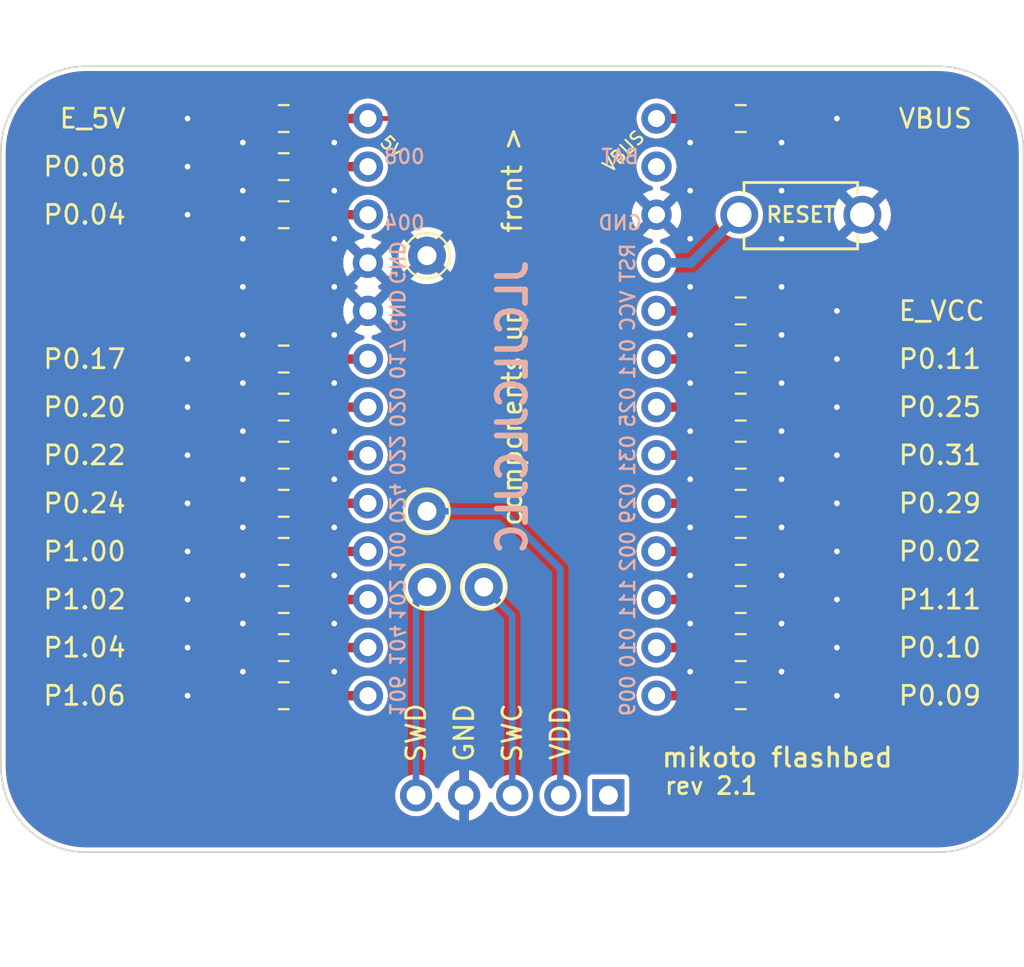
<source format=kicad_pcb>
(kicad_pcb (version 20210722) (generator pcbnew)
  (layers (0 "F.Cu" signal) (31 "B.Cu" signal) (34 "B.Paste" user) (35 "F.Paste" user) (36 "B.SilkS" user "B.Silkscreen") (37 "F.SilkS" user "F.Silkscreen") (38 "B.Mask" user) (39 "F.Mask" user) (44 "Edge.Cuts" user))
  (net 0 "")
  (net 1 "EXT_5V")
  (net 2 "P0.08")
  (net 3 "P0.04")
  (net 4 "P0.17")
  (net 5 "P0.20")
  (net 6 "P0.22")
  (net 7 "P0.24")
  (net 8 "P1.00")
  (net 9 "P1.02")
  (net 10 "P1.04")
  (net 11 "SWD")
  (net 12 "SWC")
  (net 13 "VDD")
  (net 14 "GND")
  (net 15 "RESET")
  (net 16 "P1.06")
  (net 17 "P0.09")
  (net 18 "P0.10")
  (net 19 "P1.11")
  (net 20 "P0.02")
  (net 21 "P0.29")
  (net 22 "P0.31")
  (net 23 "P0.25")
  (net 24 "P0.11")
  (net 25 "EXT_VCC")
  (net 26 "VBUS")
  (net 27 "VBAT")
  (net 28 "Net-(D1-Pad2)")
  (net 29 "Net-(D2-Pad2)")
  (net 30 "Net-(D3-Pad2)")
  (net 31 "Net-(D4-Pad2)")
  (net 32 "Net-(D5-Pad2)")
  (net 33 "Net-(D6-Pad2)")
  (net 34 "Net-(D7-Pad2)")
  (net 35 "Net-(D8-Pad2)")
  (net 36 "Net-(D9-Pad2)")
  (net 37 "Net-(D10-Pad2)")
  (net 38 "Net-(D11-Pad2)")
  (net 39 "Net-(D12-Pad2)")
  (net 40 "Net-(D13-Pad2)")
  (net 41 "Net-(D14-Pad2)")
  (net 42 "Net-(D15-Pad2)")
  (net 43 "Net-(D16-Pad2)")
  (net 44 "Net-(D17-Pad2)")
  (net 45 "Net-(D18-Pad2)")
  (net 46 "Net-(D19-Pad2)")
  (net 47 "Net-(D20-Pad2)")
  (net 48 "Net-(D21-Pad2)")
  (net 49 "Net-(R22-Pad1)")
  (net 50 "Net-(R23-Pad1)")
  (net 51 "Net-(R24-Pad1)")
  (net 52 "Net-(R25-Pad1)")
  (net 53 "Net-(R26-Pad1)")
  (net 54 "Net-(R27-Pad1)")
  (net 55 "Net-(R28-Pad1)")
  (footprint "footprints:LED_1206_3216M_Castellated-nosilk" (layer "F.Cu") (at -17.145 7.62)
    (fp_text reference "D8")
    (fp_text value "LED_Small")
  )
  (footprint "Resistor_SMD:R_0201_0603Metric" (layer "F.Cu") (at -2 -12 90)
    (fp_text reference "R23")
    (fp_text value "R_Small")
  )
  (footprint "Resistor_SMD:R_0805_2012Metric_Pad1.15x1.40mm_HandSolder" (layer "F.Cu") (at 12.065 -5.08)
    (fp_text reference "R20")
    (fp_text value "2.2k")
  )
  (footprint "Resistor_SMD:R_0805_2012Metric_Pad1.15x1.40mm_HandSolder" (layer "F.Cu") (at -12.065 0 180)
    (fp_text reference "R5")
    (fp_text value "2.2k")
  )
  (footprint "footprints:TestPoint_Pad_D1.0mm-nosilk" (layer "F.Cu") (at 2 -8 -90)
    (fp_text reference "TP4")
    (fp_text value "TestPoint")
  )
  (footprint "footprints:TestPoint_Pad_D1.0mm-nosilk" (layer "F.Cu") (at 2 -12 -90)
    (fp_text reference "TP2")
    (fp_text value "TestPoint")
  )
  (footprint "Resistor_SMD:R_0805_2012Metric_Pad1.15x1.40mm_HandSolder" (layer "F.Cu") (at -12.065 -2.54 180)
    (fp_text reference "R4")
    (fp_text value "2.2k")
  )
  (footprint "Resistor_SMD:R_0201_0603Metric" (layer "F.Cu") (at -2 -2 90)
    (fp_text reference "R28")
    (fp_text value "R_Small")
  )
  (footprint "footprints:LED_1206_3216M_Castellated-nosilk" (layer "F.Cu") (at -17.145 -2.54)
    (fp_text reference "D4")
    (fp_text value "LED_Small")
  )
  (footprint "Resistor_SMD:R_0805_2012Metric_Pad1.15x1.40mm_HandSolder" (layer "F.Cu") (at 12.065 0)
    (fp_text reference "R18")
    (fp_text value "2.2k")
  )
  (footprint "footprints:LED_1206_3216M_Castellated-nosilk" (layer "F.Cu") (at -17.145 2.54)
    (fp_text reference "D6")
    (fp_text value "LED_Small")
  )
  (footprint "Resistor_SMD:R_0805_2012Metric_Pad1.15x1.40mm_HandSolder" (layer "F.Cu") (at -12.065 -15.24 180)
    (fp_text reference "R1")
    (fp_text value "2.2k")
  )
  (footprint "footprints:TestPoint_Pad_D1.0mm-nosilk" (layer "F.Cu") (at 2 -4 -90)
    (fp_text reference "TP6")
    (fp_text value "TestPoint")
  )
  (footprint "Resistor_SMD:R_0805_2012Metric_Pad1.15x1.40mm_HandSolder" (layer "F.Cu") (at -12.065 7.62 180)
    (fp_text reference "R8")
    (fp_text value "2.2k")
  )
  (footprint "footprints:LED_1206_3216M_Castellated-nosilk" (layer "F.Cu") (at 17.145 12.7 180)
    (fp_text reference "D13")
    (fp_text value "LED_Small")
  )
  (footprint "Resistor_SMD:R_0805_2012Metric_Pad1.15x1.40mm_HandSolder" (layer "F.Cu") (at -12.065 2.54 180)
    (fp_text reference "R6")
    (fp_text value "2.2k")
  )
  (footprint "footprints:LED_1206_3216M_Castellated-nosilk" (layer "F.Cu") (at 17.145 5.08 180)
    (fp_text reference "D16")
    (fp_text value "LED_Small")
  )
  (footprint "Resistor_SMD:R_0805_2012Metric_Pad1.15x1.40mm_HandSolder" (layer "F.Cu") (at 12.065 -15.24)
    (fp_text reference "R21")
    (fp_text value "2.2k")
  )
  (footprint "Resistor_SMD:R_0201_0603Metric" (layer "F.Cu") (at -2 -4 90)
    (fp_text reference "R27")
    (fp_text value "R_Small")
  )
  (footprint "footprints:LED_1206_3216M_Castellated-nosilk" (layer "F.Cu") (at 17.145 -5.08 180)
    (fp_text reference "D20")
    (fp_text value "LED_Small")
  )
  (footprint "Resistor_SMD:R_0805_2012Metric_Pad1.15x1.40mm_HandSolder" (layer "F.Cu") (at -12.065 5.08 180)
    (fp_text reference "R7")
    (fp_text value "2.2k")
  )
  (footprint "Resistor_SMD:R_0805_2012Metric_Pad1.15x1.40mm_HandSolder" (layer "F.Cu") (at 12.065 15.24)
    (fp_text reference "R12")
    (fp_text value "2.2k")
  )
  (footprint "footprints:LED_1206_3216M_Castellated-nosilk" (layer "F.Cu") (at -17.145 15.24)
    (fp_text reference "D11")
    (fp_text value "LED_Small")
  )
  (footprint "footprints:LED_1206_3216M_Castellated-nosilk" (layer "F.Cu") (at -17.145 -10.16)
    (fp_text reference "D3")
    (fp_text value "LED_Small")
  )
  (footprint "footprints:mikoto-pins-bigger-holes" (layer "F.Cu") (at 0 1.27)
    (fp_text reference "U1")
    (fp_text value "mikoto-pins" hide)
  )
  (footprint "Resistor_SMD:R_0201_0603Metric" (layer "F.Cu") (at -2 -8 90)
    (fp_text reference "R25")
    (fp_text value "R_Small")
  )
  (footprint "footprints:LED_1206_3216M_Castellated-nosilk" (layer "F.Cu") (at 17.145 0 180)
    (fp_text reference "D18")
    (fp_text value "LED_Small")
  )
  (footprint "footprints:TestPoint_Pad_D1.0mm-nosilk" (layer "F.Cu") (at 2 0 -90)
    (fp_text reference "TP8")
    (fp_text value "TestPoint")
  )
  (footprint "Resistor_SMD:R_0805_2012Metric_Pad1.15x1.40mm_HandSolder" (layer "F.Cu") (at -12.065 10.16 180)
    (fp_text reference "R9")
    (fp_text value "2.2k")
  )
  (footprint "Resistor_SMD:R_0805_2012Metric_Pad1.15x1.40mm_HandSolder" (layer "F.Cu") (at -12.065 12.7 180)
    (fp_text reference "R10")
    (fp_text value "2.2k")
  )
  (footprint "footprints:LED_1206_3216M_Castellated-nosilk" (layer "F.Cu") (at -17.145 -15.24)
    (fp_text reference "D1")
    (fp_text value "LED_Small")
  )
  (footprint "footprints:LED_1206_3216M_Castellated-nosilk" (layer "F.Cu") (at -17.145 0)
    (fp_text reference "D5")
    (fp_text value "LED_Small")
  )
  (footprint "footprints:LED_1206_3216M_Castellated-nosilk" (layer "F.Cu") (at 17.145 10.16 180)
    (fp_text reference "D14")
    (fp_text value "LED_Small")
  )
  (footprint "footprints:LED_1206_3216M_Castellated-nosilk" (layer "F.Cu") (at 17.145 7.62 180)
    (fp_text reference "D15")
    (fp_text value "LED_Small")
  )
  (footprint "Resistor_SMD:R_0805_2012Metric_Pad1.15x1.40mm_HandSolder" (layer "F.Cu") (at 12.065 12.7)
    (fp_text reference "R13")
    (fp_text value "2.2k")
  )
  (footprint "Resistor_SMD:R_0805_2012Metric_Pad1.15x1.40mm_HandSolder" (layer "F.Cu") (at 12.065 5.08)
    (fp_text reference "R16")
    (fp_text value "2.2k")
  )
  (footprint "Resistor_SMD:R_0805_2012Metric_Pad1.15x1.40mm_HandSolder" (layer "F.Cu") (at -12.065 -10.16 180)
    (fp_text reference "R3")
    (fp_text value "2.2k")
  )
  (footprint "Resistor_SMD:R_0805_2012Metric_Pad1.15x1.40mm_HandSolder" (layer "F.Cu") (at -12.065 -12.7 180)
    (fp_text reference "R2")
    (fp_text value "2.2k")
  )
  (footprint "footprints:LED_1206_3216M_Castellated-nosilk" (layer "F.Cu") (at 17.145 -2.54 180)
    (fp_text reference "D19")
    (fp_text value "LED_Small")
  )
  (footprint "Resistor_SMD:R_0805_2012Metric_Pad1.15x1.40mm_HandSolder" (layer "F.Cu") (at -12.065 15.24 180)
    (fp_text reference "R11")
    (fp_text value "2.2k")
  )
  (footprint "Resistor_SMD:R_0805_2012Metric_Pad1.15x1.40mm_HandSolder" (layer "F.Cu") (at 12.065 -2.54)
    (fp_text reference "R19")
    (fp_text value "2.2k")
  )
  (footprint "Resistor_SMD:R_0201_0603Metric" (layer "F.Cu") (at -2 0 90)
    (fp_text reference "R29")
    (fp_text value "R_Small")
  )
  (footprint "Connector_PinHeader_2.54mm:PinHeader_1x05_P2.54mm_Horizontal" (layer "F.Cu") (at 5.08 20.5 -90)
    (fp_text reference "J7")
    (fp_text value "Conn_01x05")
  )
  (footprint "TestPoint:TestPoint_THTPad_D2.0mm_Drill1.0mm" (layer "F.Cu") (at -4.5 9.5)
    (fp_text reference "J1")
    (fp_text value "Conn_01x01")
  )
  (footprint "Resistor_SMD:R_0201_0603Metric" (layer "F.Cu") (at -2 -10 90)
    (fp_text reference "R24")
    (fp_text value "R_Small")
  )
  (footprint "footprints:LED_1206_3216M_Castellated-nosilk" (layer "F.Cu") (at -17.145 -12.7)
    (fp_text reference "D2")
    (fp_text value "LED_Small")
  )
  (footprint "Resistor_SMD:R_0805_2012Metric_Pad1.15x1.40mm_HandSolder" (layer "F.Cu") (at 12.065 2.54)
    (fp_text reference "R17")
    (fp_text value "2.2k")
  )
  (footprint "footprints:TestPoint_Pad_D1.0mm-nosilk" (layer "F.Cu") (at 2 -14 -90)
    (fp_text reference "TP1")
    (fp_text value "TestPoint")
  )
  (footprint "Resistor_SMD:R_0201_0603Metric" (layer "F.Cu") (at -2 -14 90)
    (fp_text reference "R22")
    (fp_text value "R_Small")
  )
  (footprint "Resistor_SMD:R_0201_0603Metric" (layer "F.Cu") (at -2 -6 90)
    (fp_text reference "R26")
    (fp_text value "R_Small")
  )
  (footprint "TestPoint:TestPoint_THTPad_D2.0mm_Drill1.0mm" (layer "F.Cu") (at -4.5 -8)
    (fp_text reference "J2")
    (fp_text value "Conn_01x01")
  )
  (footprint "footprints:LED_1206_3216M_Castellated-nosilk" (layer "F.Cu") (at 17.145 15.24 180)
    (fp_text reference "D12")
    (fp_text value "LED_Small")
  )
  (footprint "footprints:TestPoint_Pad_D1.0mm-nosilk" (layer "F.Cu") (at 2 -6 -90)
    (fp_text reference "TP5")
    (fp_text value "TestPoint")
  )
  (footprint "Resistor_SMD:R_0805_2012Metric_Pad1.15x1.40mm_HandSolder" (layer "F.Cu") (at 12.065 7.62)
    (fp_text reference "R15")
    (fp_text value "2.2k")
  )
  (footprint "TestPoint:TestPoint_THTPad_D2.0mm_Drill1.0mm" (layer "F.Cu") (at -1.5 9.5)
    (fp_text reference "J3")
    (fp_text value "Conn_01x01")
  )
  (footprint "footprints:LED_1206_3216M_Castellated-nosilk" (layer "F.Cu") (at 17.145 -15.24 180)
    (fp_text reference "D21")
    (fp_text value "LED_Small")
  )
  (footprint "footprints:LED_1206_3216M_Castellated-nosilk" (layer "F.Cu") (at 17.145 2.54 180)
    (fp_text reference "D17")
    (fp_text value "LED_Small")
  )
  (footprint "Resistor_SMD:R_0805_2012Metric_Pad1.15x1.40mm_HandSolder" (layer "F.Cu") (at 12.065 10.16)
    (fp_text reference "R14")
    (fp_text value "2.2k")
  )
  (footprint "footprints:LED_1206_3216M_Castellated-nosilk" (layer "F.Cu") (at -17.145 5.08)
    (fp_text reference "D7")
    (fp_text value "LED_Small")
  )
  (footprint "footprints:LED_1206_3216M_Castellated-nosilk" (layer "F.Cu") (at -17.145 12.7)
    (fp_text reference "D10")
    (fp_text value "LED_Small")
  )
  (footprint "TestPoint:TestPoint_THTPad_D2.0mm_Drill1.0mm" (layer "F.Cu") (at -4.5 5.5)
    (fp_text reference "J4")
    (fp_text value "Conn_01x01")
  )
  (footprint "footprints:LED_1206_3216M_Castellated-nosilk" (layer "F.Cu") (at -17.145 10.16)
    (fp_text reference "D9")
    (fp_text value "LED_Small")
  )
  (footprint "footprints:TestPoint_Pad_D1.0mm-nosilk" (layer "F.Cu") (at 2 -10 -90)
    (fp_text reference "TP3")
    (fp_text value "TestPoint")
  )
  (footprint "footprints:TestPoint_Pad_D1.0mm-nosilk" (layer "F.Cu") (at 2 -2 -90)
    (fp_text reference "TP7")
    (fp_text value "TestPoint")
  )
  (footprint "footprints:TACT_SWITCH_TVBP06" (layer "B.Cu") (at 15.24 -10.16)
    (fp_text reference "SW1" hide)
    (fp_text value "TVBP06" hide)
  )
  (gr_arc (start -22.5 -13.5) (end -27 -13.5) (angle 90) (layer "Edge.Cuts") (width 0.1))
  (gr_line (start 27 19) (end 27 -13.5) (layer "Edge.Cuts") (width 0.1))
  (gr_line (start -22.5 23.5) (end 22.5 23.5) (layer "Edge.Cuts") (width 0.1))
  (gr_arc (start -22.5 19.000001) (end -27 19) (angle -90) (layer "Edge.Cuts") (width 0.1))
  (gr_line (start 22.5 -18) (end -22.5 -18) (layer "Edge.Cuts") (width 0.1))
  (gr_arc (start 22.500001 19) (end 27 19) (angle 90) (layer "Edge.Cuts") (width 0.1))
  (gr_arc (start 22.5 -13.5) (end 27 -13.5) (angle -90) (layer "Edge.Cuts") (width 0.1))
  (gr_line (start -27 19) (end -27 -13.5) (layer "Edge.Cuts") (width 0.1))
  (gr_text "JLCJLCJLCJLC" (at 0 0 90) (layer "B.SilkS") (effects (font (size 1.5 1.5) (thickness 0.3)) (justify mirror)))
  (gr_text "P0.31" (at 20.32 2.54) (layer "F.SilkS") (effects (font (size 1 1)) (justify left)))
  (gr_text "SWD" (at -5.08 17.2 90) (layer "F.SilkS") (effects (font (size 1 1))))
  (gr_text "P1.02" (at -20.32 10.16) (layer "F.SilkS") (effects (font (size 1 1)) (justify right)))
  (gr_text "P0.09" (at 20.32 15.24) (layer "F.SilkS") (effects (font (size 1 1)) (justify left)))
  (gr_text "mikoto flashbed" (at 14 18.5) (layer "F.SilkS") (effects (font (size 1 1) (thickness 0.17))))
  (gr_text "P0.25" (at 20.32 0) (layer "F.SilkS") (effects (font (size 1 1)) (justify left)))
  (gr_text "P1.04" (at -20.32 12.7) (layer "F.SilkS") (effects (font (size 1 1)) (justify right)))
  (gr_text "P0.08" (at -20.32 -12.7) (layer "F.SilkS") (effects (font (size 1 1)) (justify right)))
  (gr_text "VBUS" (at 20.32 -15.24) (layer "F.SilkS") (effects (font (size 1 1)) (justify left)))
  (gr_text "E_VCC" (at 20.32 -5.08) (layer "F.SilkS") (effects (font (size 1 1)) (justify left)))
  (gr_text "components up" (at 0 0.5 90) (layer "F.SilkS") (effects (font (size 1 1))))
  (gr_text "P1.00" (at -20.32 7.62) (layer "F.SilkS") (effects (font (size 1 1)) (justify right)))
  (gr_text "P0.24" (at -20.32 5.08) (layer "F.SilkS") (effects (font (size 1 1)) (justify right)))
  (gr_text "P0.11" (at 20.32 -2.54) (layer "F.SilkS") (effects (font (size 1 1)) (justify left)))
  (gr_text "P1.06" (at -20.32 15.24) (layer "F.SilkS") (effects (font (size 1 1)) (justify right)))
  (gr_text "P0.10" (at 20.32 12.7) (layer "F.SilkS") (effects (font (size 1 1)) (justify left)))
  (gr_text "P0.20" (at -20.32 0) (layer "F.SilkS") (effects (font (size 1 1)) (justify right)))
  (gr_text "E_5V" (at -20.32 -15.24) (layer "F.SilkS") (effects (font (size 1 1)) (justify right)))
  (gr_text "VDD" (at 2.54 17.2 90) (layer "F.SilkS") (effects (font (size 1 1))))
  (gr_text "P0.02" (at 20.32 7.62) (layer "F.SilkS") (effects (font (size 1 1)) (justify left)))
  (gr_text "rev 2.1" (at 10.5 20) (layer "F.SilkS") (effects (font (size 0.9 0.9))))
  (gr_text "P0.29" (at 20.32 5.08) (layer "F.SilkS") (effects (font (size 1 1)) (justify left)))
  (gr_text "front >" (at 0 -12 90) (layer "F.SilkS") (effects (font (size 1 1))))
  (gr_text "P0.17" (at -20.32 -2.54) (layer "F.SilkS") (effects (font (size 1 1)) (justify right)))
  (gr_text "GND" (at -2.54 17.2 90) (layer "F.SilkS") (effects (font (size 1 1))))
  (gr_text "P0.04" (at -20.32 -10.16) (layer "F.SilkS") (effects (font (size 1 1)) (justify right)))
  (gr_text "P1.11" (at 20.32 10.16) (layer "F.SilkS") (effects (font (size 1 1)) (justify left)))
  (gr_text "SWC" (at 0 17.2 90) (layer "F.SilkS") (effects (font (size 1 1))))
  (gr_text "P0.22" (at -20.32 2.54) (layer "F.SilkS") (effects (font (size 1 1)) (justify right)))
  (segment (start -7.62 -15.24) (end -11.04 -15.24) (width 0.5) (layer "F.Cu") (net 1))
  (segment (start -2 -14.32) (end -2 -14.8) (width 0.25) (layer "F.Cu") (net 1))
  (segment (start -2 -14.32) (end 1.68 -14.32) (width 0.25) (layer "F.Cu") (net 1))
  (segment (start -2 -14.8) (end -2.44 -15.24) (width 0.25) (layer "F.Cu") (net 1))
  (segment (start 1.68 -14.32) (end 2 -14) (width 0.25) (layer "F.Cu") (net 1))
  (segment (start -2.44 -15.24) (end -7.62 -15.24) (width 0.25) (layer "F.Cu") (net 1))
  (segment (start -7.62 -12.7) (end -11.04 -12.7) (width 0.5) (layer "F.Cu") (net 2))
  (segment (start -11.04 -10.16) (end -7.62 -10.16) (width 0.5) (layer "F.Cu") (net 3))
  (segment (start -7.62 -2.54) (end -11.04 -2.54) (width 0.5) (layer "F.Cu") (net 4))
  (segment (start -11.04 0) (end -7.62 0) (width 0.5) (layer "F.Cu") (net 5))
  (segment (start -7.62 2.54) (end -11.04 2.54) (width 0.5) (layer "F.Cu") (net 6))
  (segment (start -11.04 5.08) (end -7.62 5.08) (width 0.5) (layer "F.Cu") (net 7))
  (segment (start -7.62 7.62) (end -11.04 7.62) (width 0.5) (layer "F.Cu") (net 8))
  (segment (start -11.04 10.16) (end -7.62 10.16) (width 0.5) (layer "F.Cu") (net 9))
  (segment (start -7.62 12.7) (end -11.04 12.7) (width 0.5) (layer "F.Cu") (net 10))
  (segment (start -5.08 10.08) (end -5.08 20.5) (width 0.35) (layer "B.Cu") (net 11))
  (segment (start -4.5 9.5) (end -5.08 10.08) (width 0.35) (layer "B.Cu") (net 11))
  (segment (start 0 11) (end 0 20.5) (width 0.35) (layer "B.Cu") (net 12))
  (segment (start -1.5 9.5) (end 0 11) (width 0.35) (layer "B.Cu") (net 12))
  (segment (start -4.5 5.5) (end -0.5 5.5) (width 0.35) (layer "B.Cu") (net 13))
  (segment (start -0.5 5.5) (end 2.54 8.54) (width 0.35) (layer "B.Cu") (net 13))
  (segment (start 2.54 8.54) (end 2.54 20.5) (width 0.35) (layer "B.Cu") (net 13))
  (segment (start 17.145 12.7) (end 18.6325 12.7) (width 0.5) (layer "F.Cu") (net 14))
  (segment (start -18.6325 -12.7) (end -17.145 -12.7) (width 0.5) (layer "F.Cu") (net 14))
  (segment (start -17.145 -2.54) (end -18.6325 -2.54) (width 0.5) (layer "F.Cu") (net 14))
  (segment (start 17.145 0) (end 18.6325 0) (width 0.5) (layer "F.Cu") (net 14))
  (segment (start 17.145 -5.08) (end 18.6325 -5.08) (width 0.5) (layer "F.Cu") (net 14))
  (segment (start 17.145 7.62) (end 18.6325 7.62) (width 0.5) (layer "F.Cu") (net 14))
  (segment (start 17.145 5.08) (end 18.6325 5.08) (width 0.5) (layer "F.Cu") (net 14))
  (segment (start -17.145 -10.16) (end -18.6325 -10.16) (width 0.5) (layer "F.Cu") (net 14))
  (segment (start -17.145 2.54) (end -18.6325 2.54) (width 0.5) (layer "F.Cu") (net 14))
  (segment (start -17.145 0) (end -18.6325 0) (width 0.5) (layer "F.Cu") (net 14))
  (segment (start 17.145 15.24) (end 18.6325 15.24) (width 0.5) (layer "F.Cu") (net 14))
  (segment (start -17.145 10.16) (end -18.6325 10.16) (width 0.5) (layer "F.Cu") (net 14))
  (segment (start -17.145 7.62) (end -18.6325 7.62) (width 0.5) (layer "F.Cu") (net 14))
  (segment (start -17.145 15.24) (end -18.6325 15.24) (width 0.5) (layer "F.Cu") (net 14))
  (segment (start 17.145 2.54) (end 18.6325 2.54) (width 0.5) (layer "F.Cu") (net 14))
  (segment (start -17.145 5.08) (end -18.6325 5.08) (width 0.5) (layer "F.Cu") (net 14))
  (segment (start 17.145 -2.54) (end 18.6325 -2.54) (width 0.5) (layer "F.Cu") (net 14))
  (segment (start 17.145 10.16) (end 18.6325 10.16) (width 0.5) (layer "F.Cu") (net 14))
  (segment (start -17.145 12.7) (end -18.6325 12.7) (width 0.5) (layer "F.Cu") (net 14))
  (segment (start 18.6325 -15.24) (end 17.145 -15.24) (width 0.5) (layer "F.Cu") (net 14))
  (segment (start -18.6325 -15.24) (end -17.145 -15.24) (width 0.5) (layer "F.Cu") (net 14))
  (via (at 14.224 -11.43) (size 0.6) (drill 0.3) (layers "F.Cu" "B.Cu") (net 14))
  (via (at 14.224 -6.35) (size 0.6) (drill 0.3) (layers "F.Cu" "B.Cu") (net 14))
  (via (at 9.398 3.81) (size 0.6) (drill 0.3) (layers "F.Cu" "B.Cu") (net 14))
  (via (at 14.224 6.35) (size 0.6) (drill 0.3) (layers "F.Cu" "B.Cu") (net 14))
  (via (at -9.398 -8.89) (size 0.6) (drill 0.3) (layers "F.Cu" "B.Cu") (net 14))
  (via (at -17.145 -10.16) (size 0.6) (drill 0.3) (layers "F.Cu" "B.Cu") (net 14))
  (via (at 17.145 7.62) (size 0.6) (drill 0.3) (layers "F.Cu" "B.Cu") (net 14))
  (via (at -9.398 8.89) (size 0.6) (drill 0.3) (layers "F.Cu" "B.Cu") (net 14))
  (via (at -9.398 13.97) (size 0.6) (drill 0.3) (layers "F.Cu" "B.Cu") (net 14))
  (via (at 9.398 1.27) (size 0.6) (drill 0.3) (layers "F.Cu" "B.Cu") (net 14))
  (via (at -9.398 -11.43) (size 0.6) (drill 0.3) (layers "F.Cu" "B.Cu") (net 14))
  (via (at 9.398 -3.81) (size 0.6) (drill 0.3) (layers "F.Cu" "B.Cu") (net 14))
  (via (at -14.224 -13.97) (size 0.6) (drill 0.3) (layers "F.Cu" "B.Cu") (net 14))
  (via (at -14.224 -3.81) (size 0.6) (drill 0.3) (layers "F.Cu" "B.Cu") (net 14))
  (via (at -9.398 -6.35) (size 0.6) (drill 0.3) (layers "F.Cu" "B.Cu") (net 14))
  (via (at 14.224 8.89) (size 0.6) (drill 0.3) (layers "F.Cu" "B.Cu") (net 14))
  (via (at 9.398 13.97) (size 0.6) (drill 0.3) (layers "F.Cu" "B.Cu") (net 14))
  (via (at 9.398 -1.27) (size 0.6) (drill 0.3) (layers "F.Cu" "B.Cu") (net 14))
  (via (at 14.224 3.81) (size 0.6) (drill 0.3) (layers "F.Cu" "B.Cu") (net 14))
  (via (at 17.145 -2.54) (size 0.6) (drill 0.3) (layers "F.Cu" "B.Cu") (net 14))
  (via (at 9.398 6.35) (size 0.6) (drill 0.3) (layers "F.Cu" "B.Cu") (net 14))
  (via (at 17.145 15.24) (size 0.6) (drill 0.3) (layers "F.Cu" "B.Cu") (net 14))
  (via (at 9.398 -6.35) (size 0.6) (drill 0.3) (layers "F.Cu" "B.Cu") (net 14))
  (via (at -14.224 -8.89) (size 0.6) (drill 0.3) (layers "F.Cu" "B.Cu") (net 14))
  (via (at 9.398 11.43) (size 0.6) (drill 0.3) (layers "F.Cu" "B.Cu") (net 14))
  (via (at -9.398 -3.81) (size 0.6) (drill 0.3) (layers "F.Cu" "B.Cu") (net 14))
  (via (at -9.398 -1.27) (size 0.6) (drill 0.3) (layers "F.Cu" "B.Cu") (net 14))
  (via (at -17.145 2.54) (size 0.6) (drill 0.3) (layers "F.Cu" "B.Cu") (net 14))
  (via (at -14.224 1.27) (size 0.6) (drill 0.3) (layers "F.Cu" "B.Cu") (net 14))
  (via (at -9.398 11.43) (size 0.6) (drill 0.3) (layers "F.Cu" "B.Cu") (net 14))
  (via (at 17.145 -5.08) (size 0.6) (drill 0.3) (layers "F.Cu" "B.Cu") (net 14))
  (via (at 17.145 2.54) (size 0.6) (drill 0.3) (layers "F.Cu" "B.Cu") (net 14))
  (via (at -9.398 3.81) (size 0.6) (drill 0.3) (layers "F.Cu" "B.Cu") (net 14))
  (via (at -9.398 -13.97) (size 0.6) (drill 0.3) (layers "F.Cu" "B.Cu") (net 14))
  (via (at 17.145 10.16) (size 0.6) (drill 0.3) (layers "F.Cu" "B.Cu") (net 14))
  (via (at -14.224 3.81) (size 0.6) (drill 0.3) (layers "F.Cu" "B.Cu") (net 14))
  (via (at 17.145 12.7) (size 0.6) (drill 0.3) (layers "F.Cu" "B.Cu") (net 14))
  (via (at 17.145 0) (size 0.6) (drill 0.3) (layers "F.Cu" "B.Cu") (net 14))
  (via (at -17.145 12.7) (size 0.6) (drill 0.3) (layers "F.Cu" "B.Cu") (net 14))
  (via (at 9.398 -11.43) (size 0.6) (drill 0.3) (layers "F.Cu" "B.Cu") (net 14))
  (via (at -14.224 8.89) (size 0.6) (drill 0.3) (layers "F.Cu" "B.Cu") (net 14))
  (via (at 14.224 -8.89) (size 0.6) (drill 0.3) (layers "F.Cu" "B.Cu") (net 14))
  (via (at 14.224 1.27) (size 0.6) (drill 0.3) (layers "F.Cu" "B.Cu") (net 14))
  (via (at 14.224 -13.97) (size 0.6) (drill 0.3) (layers "F.Cu" "B.Cu") (net 14))
  (via (at 14.224 11.43) (size 0.6) (drill 0.3) (layers "F.Cu" "B.Cu") (net 14))
  (via (at -17.145 5.08) (size 0.6) (drill 0.3) (layers "F.Cu" "B.Cu") (net 14))
  (via (at -14.224 6.35) (size 0.6) (drill 0.3) (layers "F.Cu" "B.Cu") (net 14))
  (via (at 14.224 13.97) (size 0.6) (drill 0.3) (layers "F.Cu" "B.Cu") (net 14))
  (via (at 17.145 5.08) (size 0.6) (drill 0.3) (layers "F.Cu" "B.Cu") (net 14))
  (via (at -14.224 -1.27) (size 0.6) (drill 0.3) (layers "F.Cu" "B.Cu") (net 14))
  (via (at -17.145 15.24) (size 0.6) (drill 0.3) (layers "F.Cu" "B.Cu") (net 14))
  (via (at -9.398 1.27) (size 0.6) (drill 0.3) (layers "F.Cu" "B.Cu") (net 14))
  (via (at -17.145 7.62) (size 0.6) (drill 0.3) (layers "F.Cu" "B.Cu") (net 14))
  (via (at 14.224 -3.81) (size 0.6) (drill 0.3) (layers "F.Cu" "B.Cu") (net 14))
  (via (at -17.145 -12.7) (size 0.6) (drill 0.3) (layers "F.Cu" "B.Cu") (net 14))
  (via (at 17.145 -15.24) (size 0.6) (drill 0.3) (layers "F.Cu" "B.Cu") (net 14))
  (via (at 9.398 -13.97) (size 0.6) (drill 0.3) (layers "F.Cu" "B.Cu") (net 14))
  (via (at -17.145 10.16) (size 0.6) (drill 0.3) (layers "F.Cu" "B.Cu") (net 14))
  (via (at -14.224 13.97) (size 0.6) (drill 0.3) (layers "F.Cu" "B.Cu") (net 14))
  (via (at 9.398 8.89) (size 0.6) (drill 0.3) (layers "F.Cu" "B.Cu") (net 14))
  (via (at -17.145 -15.24) (size 0.6) (drill 0.3) (layers "F.Cu" "B.Cu") (net 14))
  (via (at -17.145 0) (size 0.6) (drill 0.3) (layers "F.Cu" "B.Cu") (net 14))
  (via (at 14.224 -1.27) (size 0.6) (drill 0.3) (layers "F.Cu" "B.Cu") (net 14))
  (via (at -9.398 6.35) (size 0.6) (drill 0.3) (layers "F.Cu" "B.Cu") (net 14))
  (via (at -17.145 -2.54) (size 0.6) (drill 0.3) (layers "F.Cu" "B.Cu") (net 14))
  (via (at -14.224 11.43) (size 0.6) (drill 0.3) (layers "F.Cu" "B.Cu") (net 14))
  (via (at -14.224 -6.35) (size 0.6) (drill 0.3) (layers "F.Cu" "B.Cu") (net 14))
  (via (at -14.224 -11.43) (size 0.6) (drill 0.3) (layers "F.Cu" "B.Cu") (net 14))
  (via (at 9.398 -8.89) (size 0.6) (drill 0.3) (layers "F.Cu" "B.Cu") (net 14))
  (segment (start 17.22 -11.43) (end 18.49 -10.16) (width 0.5) (layer "B.Cu") (net 14))
  (segment (start 17.22 -8.89) (end 14.224 -8.89) (width 0.5) (layer "B.Cu") (net 14))
  (segment (start 14.224 -11.43) (end 17.22 -11.43) (width 0.5) (layer "B.Cu") (net 14))
  (segment (start 18.49 -10.16) (end 17.22 -8.89) (width 0.5) (layer "B.Cu") (net 14))
  (segment (start 7.62 -7.62) (end 9.45 -7.62) (width 0.5) (layer "B.Cu") (net 15))
  (segment (start 9.45 -7.62) (end 11.99 -10.16) (width 0.5) (layer "B.Cu") (net 15))
  (segment (start -11.04 15.24) (end -7.62 15.24) (width 0.5) (layer "F.Cu") (net 16))
  (segment (start 11.04 15.24) (end 7.62 15.24) (width 0.5) (layer "F.Cu") (net 17))
  (segment (start 7.62 12.7) (end 11.04 12.7) (width 0.5) (layer "F.Cu") (net 18))
  (segment (start 11.04 10.16) (end 7.62 10.16) (width 0.5) (layer "F.Cu") (net 19))
  (segment (start 7.62 7.62) (end 11.04 7.62) (width 0.5) (layer "F.Cu") (net 20))
  (segment (start 11.04 5.08) (end 7.62 5.08) (width 0.5) (layer "F.Cu") (net 21))
  (segment (start 7.62 2.54) (end 11.04 2.54) (width 0.5) (layer "F.Cu") (net 22))
  (segment (start 11.04 0) (end 7.62 0) (width 0.5) (layer "F.Cu") (net 23))
  (segment (start 7.62 -2.54) (end 11.04 -2.54) (width 0.5) (layer "F.Cu") (net 24))
  (segment (start 11.04 -5.08) (end 7.62 -5.08) (width 0.5) (layer "F.Cu") (net 25))
  (segment (start 7.62 -15.24) (end 11.04 -15.24) (width 0.5) (layer "F.Cu") (net 26))
  (segment (start -13.09 -15.24) (end -15.6575 -15.24) (width 0.5) (layer "F.Cu") (net 28))
  (segment (start -15.6575 -12.7) (end -13.09 -12.7) (width 0.5) (layer "F.Cu") (net 29))
  (segment (start -15.6575 -10.16) (end -13.09 -10.16) (width 0.5) (layer "F.Cu") (net 30))
  (segment (start -15.6575 -2.54) (end -13.09 -2.54) (width 0.5) (layer "F.Cu") (net 31))
  (segment (start -15.6575 0) (end -13.09 0) (width 0.5) (layer "F.Cu") (net 32))
  (segment (start -15.6575 2.54) (end -13.09 2.54) (width 0.5) (layer "F.Cu") (net 33))
  (segment (start -15.6575 5.08) (end -13.09 5.08) (width 0.5) (layer "F.Cu") (net 34))
  (segment (start -13.09 7.62) (end -15.6575 7.62) (width 0.5) (layer "F.Cu") (net 35))
  (segment (start -15.6575 10.16) (end -13.09 10.16) (width 0.5) (layer "F.Cu") (net 36))
  (segment (start -13.09 12.7) (end -15.6575 12.7) (width 0.5) (layer "F.Cu") (net 37))
  (segment (start -15.6575 15.24) (end -13.09 15.24) (width 0.5) (layer "F.Cu") (net 38))
  (segment (start 13.09 15.24) (end 15.6575 15.24) (width 0.5) (layer "F.Cu") (net 39))
  (segment (start 15.6575 12.7) (end 13.09 12.7) (width 0.5) (layer "F.Cu") (net 40))
  (segment (start 13.09 10.16) (end 15.6575 10.16) (width 0.5) (layer "F.Cu") (net 41))
  (segment (start 15.6575 7.62) (end 13.09 7.62) (width 0.5) (layer "F.Cu") (net 42))
  (segment (start 13.09 5.08) (end 15.6575 5.08) (width 0.5) (layer "F.Cu") (net 43))
  (segment (start 15.6575 2.54) (end 13.09 2.54) (width 0.5) (layer "F.Cu") (net 44))
  (segment (start 13.09 0) (end 15.6575 0) (width 0.5) (layer "F.Cu") (net 45))
  (segment (start 15.6575 -2.54) (end 13.09 -2.54) (width 0.5) (layer "F.Cu") (net 46))
  (segment (start 13.09 -5.08) (end 15.6575 -5.08) (width 0.5) (layer "F.Cu") (net 47))
  (segment (start 15.6575 -15.24) (end 13.09 -15.24) (width 0.5) (layer "F.Cu") (net 48))
  (segment (start -2 -12.32) (end -2 -13.68) (width 0.25) (layer "F.Cu") (net 49))
  (segment (start 1.68 -12.32) (end 2 -12) (width 0.25) (layer "F.Cu") (net 49))
  (segment (start -2 -12.32) (end 1.68 -12.32) (width 0.25) (layer "F.Cu") (net 49))
  (segment (start 1.68 -10.32) (end 2 -10) (width 0.25) (layer "F.Cu") (net 50))
  (segment (start -2 -10.32) (end -2 -11.68) (width 0.25) (layer "F.Cu") (net 50))
  (segment (start -2 -10.32) (end 1.68 -10.32) (width 0.25) (layer "F.Cu") (net 50))
  (segment (start 1.68 -8.32) (end 2 -8) (width 0.25) (layer "F.Cu") (net 51))
  (segment (start -2 -8.32) (end 1.68 -8.32) (width 0.25) (layer "F.Cu") (net 51))
  (segment (start -2 -8.32) (end -2 -9.68) (width 0.25) (layer "F.Cu") (net 51))
  (segment (start 1.68 -6.32) (end 2 -6) (width 0.25) (layer "F.Cu") (net 52))
  (segment (start -2 -6.32) (end -2 -7.68) (width 0.25) (layer "F.Cu") (net 52))
  (segment (start -2 -6.32) (end 1.68 -6.32) (width 0.25) (layer "F.Cu") (net 52))
  (segment (start 1.68 -4.32) (end 2 -4) (width 0.25) (layer "F.Cu") (net 53))
  (segment (start -2 -4.32) (end -2 -5.68) (width 0.25) (layer "F.Cu") (net 53))
  (segment (start -2 -4.32) (end 1.68 -4.32) (width 0.25) (layer "F.Cu") (net 53))
  (segment (start 1.68 -2.32) (end 2 -2) (width 0.25) (layer "F.Cu") (net 54))
  (segment (start -2 -2.32) (end 1.68 -2.32) (width 0.25) (layer "F.Cu") (net 54))
  (segment (start -2 -3.68) (end -2 -2.32) (width 0.25) (layer "F.Cu") (net 54))
  (segment (start -2 -0.32) (end 1.68 -0.32) (width 0.25) (layer "F.Cu") (net 55))
  (segment (start 1.68 -0.32) (end 2 0) (width 0.25) (layer "F.Cu") (net 55))
  (segment (start -2 -0.32) (end -2 -1.68) (width 0.25) (layer "F.Cu") (net 55))
  (zone (net 14) (net_name "GND") (layers F&B.Cu) (connect_pads (clearance 0.254)) (min_thickness 0.254) (fill yes (thermal_gap 0.508) (thermal_bridge_width 0.508))
    (polygon (pts (xy 27 23.5) (xy -27 23.5) (xy -27 -21.5) (xy 27 -21.5)))
  )
)
</source>
